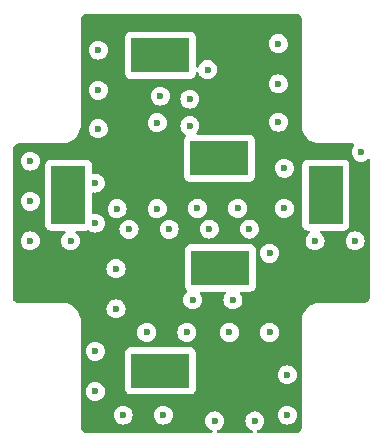
<source format=gbr>
%TF.GenerationSoftware,KiCad,Pcbnew,8.0.7*%
%TF.CreationDate,2025-04-11T02:04:02-04:00*%
%TF.ProjectId,2M_4F,324d5f34-462e-46b6-9963-61645f706362,rev?*%
%TF.SameCoordinates,Original*%
%TF.FileFunction,Copper,L2,Inr*%
%TF.FilePolarity,Positive*%
%FSLAX46Y46*%
G04 Gerber Fmt 4.6, Leading zero omitted, Abs format (unit mm)*
G04 Created by KiCad (PCBNEW 8.0.7) date 2025-04-11 02:04:02*
%MOMM*%
%LPD*%
G01*
G04 APERTURE LIST*
%TA.AperFunction,ComponentPad*%
%ADD10R,3.000000X5.000000*%
%TD*%
%TA.AperFunction,ComponentPad*%
%ADD11R,5.000000X3.000000*%
%TD*%
%TA.AperFunction,ViaPad*%
%ADD12C,0.600000*%
%TD*%
G04 APERTURE END LIST*
D10*
%TO.N,Net-(J1-Pin_1)*%
%TO.C,J1*%
X97207100Y-47653300D03*
D11*
%TO.N,GND*%
X102844600Y-47040800D03*
%TD*%
D10*
%TO.N,Net-(J1-Pin_1)*%
%TO.C,J4*%
X97112500Y-38375000D03*
D11*
%TO.N,GND*%
X102750000Y-37762500D03*
%TD*%
D10*
%TO.N,Net-(J1-Pin_1)*%
%TO.C,J6*%
X104387500Y-56362500D03*
D11*
%TO.N,GND*%
X97750000Y-55750000D03*
%TD*%
%TO.N,Net-(J1-Pin_1)*%
%TO.C,J3*%
X111137500Y-47512500D03*
D10*
%TO.N,GND*%
X111750000Y-40875000D03*
%TD*%
%TO.N,Net-(J1-Pin_1)*%
%TO.C,J5*%
X104387500Y-29637500D03*
D11*
%TO.N,GND*%
X97750000Y-29025000D03*
%TD*%
%TO.N,Net-(J1-Pin_1)*%
%TO.C,J2*%
X89362500Y-47512500D03*
D10*
%TO.N,GND*%
X89975000Y-40875000D03*
%TD*%
D12*
%TO.N,GND*%
X95100000Y-43775000D03*
X107000000Y-45800000D03*
X114750000Y-37250000D03*
X92250000Y-43250000D03*
X107750000Y-31450000D03*
X105300000Y-43750000D03*
X90150000Y-44750000D03*
X86750000Y-41400000D03*
X97500000Y-42025000D03*
X100000000Y-52500000D03*
X107000000Y-52500000D03*
X105750000Y-60000000D03*
X103600000Y-52500000D03*
X108500000Y-56100000D03*
X100250000Y-32750000D03*
X100900000Y-42000000D03*
X92500000Y-32000000D03*
X108250000Y-38600000D03*
X103900000Y-49750000D03*
X104300000Y-42000000D03*
X102350000Y-60000000D03*
X92250000Y-57500000D03*
X86750000Y-44750000D03*
X92250000Y-39850000D03*
X94600000Y-59500000D03*
X114250000Y-44750000D03*
X92500000Y-28600000D03*
X108500000Y-59500000D03*
X94100000Y-42025000D03*
X98000000Y-59500000D03*
X107750000Y-28050000D03*
X98500000Y-43775000D03*
X92500000Y-35250000D03*
X92250000Y-54100000D03*
X97500000Y-34750000D03*
X110850000Y-44750000D03*
X96600000Y-52500000D03*
X94000000Y-50500000D03*
X100250000Y-35000000D03*
X107750000Y-34700000D03*
X100500000Y-49750000D03*
X86750000Y-38000000D03*
X108250000Y-42000000D03*
X101900000Y-43750000D03*
X101750000Y-30250000D03*
X97750000Y-32500000D03*
X94000000Y-47100000D03*
%TO.N,Net-(J1-Pin_1)*%
X108250000Y-36900000D03*
X95800000Y-42025000D03*
X92900000Y-59500000D03*
X92250000Y-38150000D03*
X104050000Y-60000000D03*
X105600000Y-49750000D03*
X111250000Y-37000000D03*
X101750000Y-28550000D03*
X107000000Y-43750000D03*
X102500000Y-35000000D03*
X88450000Y-44750000D03*
X95250000Y-32250000D03*
X86750000Y-43100000D03*
X105350000Y-35000000D03*
X108500000Y-54000000D03*
X95000000Y-34750000D03*
X92500000Y-30300000D03*
X92250000Y-52000000D03*
X96300000Y-59500000D03*
X91850000Y-44750000D03*
X101900000Y-52500000D03*
X102600000Y-42000000D03*
X108500000Y-57800000D03*
X106000000Y-42000000D03*
X100650000Y-60000000D03*
X99200000Y-42025000D03*
X107750000Y-26350000D03*
X98300000Y-52500000D03*
X100200000Y-43775000D03*
X108250000Y-40300000D03*
X92500000Y-26900000D03*
X101950000Y-32750000D03*
X86750000Y-39700000D03*
X112550000Y-44750000D03*
X92250000Y-41550000D03*
X103600000Y-43750000D03*
X109150000Y-44750000D03*
X107000000Y-47500000D03*
X94000000Y-45400000D03*
X94000000Y-48800000D03*
X94900000Y-52500000D03*
X92250000Y-55800000D03*
X114750000Y-49250000D03*
X114500000Y-41750000D03*
X107750000Y-33000000D03*
X107750000Y-29750000D03*
X102200000Y-49750000D03*
X105300000Y-52500000D03*
X92500000Y-33550000D03*
X96800000Y-43775000D03*
%TD*%
%TA.AperFunction,Conductor*%
%TO.N,Net-(J1-Pin_1)*%
G36*
X109256922Y-25501280D02*
G01*
X109347266Y-25511459D01*
X109374331Y-25517636D01*
X109453540Y-25545352D01*
X109478553Y-25557398D01*
X109549606Y-25602043D01*
X109571313Y-25619355D01*
X109630644Y-25678686D01*
X109647957Y-25700395D01*
X109692600Y-25771444D01*
X109704648Y-25796462D01*
X109732362Y-25875666D01*
X109738540Y-25902735D01*
X109748720Y-25993076D01*
X109749500Y-26006961D01*
X109749500Y-35107317D01*
X109780044Y-35319764D01*
X109780047Y-35319774D01*
X109840517Y-35525715D01*
X109929672Y-35720938D01*
X109929679Y-35720951D01*
X110000076Y-35830490D01*
X110031775Y-35879816D01*
X110045720Y-35901514D01*
X110186275Y-36063724D01*
X110291632Y-36155016D01*
X110348487Y-36204281D01*
X110464831Y-36279050D01*
X110529048Y-36320320D01*
X110529061Y-36320327D01*
X110724284Y-36409482D01*
X110724288Y-36409483D01*
X110724290Y-36409484D01*
X110930231Y-36469954D01*
X110930232Y-36469954D01*
X110930235Y-36469955D01*
X110993584Y-36479062D01*
X111142682Y-36500500D01*
X111184108Y-36500500D01*
X114068060Y-36500500D01*
X114135099Y-36520185D01*
X114180854Y-36572989D01*
X114190798Y-36642147D01*
X114161773Y-36705703D01*
X114155741Y-36712181D01*
X114120184Y-36747737D01*
X114024211Y-36900476D01*
X113964631Y-37070745D01*
X113964630Y-37070750D01*
X113944435Y-37249996D01*
X113944435Y-37250003D01*
X113964630Y-37429249D01*
X113964631Y-37429254D01*
X114024211Y-37599523D01*
X114120184Y-37752262D01*
X114247738Y-37879816D01*
X114329525Y-37931206D01*
X114391557Y-37970184D01*
X114400478Y-37975789D01*
X114469678Y-38000003D01*
X114570745Y-38035368D01*
X114570750Y-38035369D01*
X114749996Y-38055565D01*
X114750000Y-38055565D01*
X114750004Y-38055565D01*
X114929249Y-38035369D01*
X114929252Y-38035368D01*
X114929255Y-38035368D01*
X115099522Y-37975789D01*
X115252262Y-37879816D01*
X115287819Y-37844259D01*
X115349142Y-37810774D01*
X115418834Y-37815758D01*
X115474767Y-37857630D01*
X115499184Y-37923094D01*
X115499500Y-37931940D01*
X115499500Y-49493038D01*
X115498720Y-49506923D01*
X115488540Y-49597264D01*
X115482362Y-49624333D01*
X115454648Y-49703537D01*
X115442600Y-49728555D01*
X115397957Y-49799604D01*
X115380644Y-49821313D01*
X115321313Y-49880644D01*
X115299604Y-49897957D01*
X115228555Y-49942600D01*
X115203537Y-49954648D01*
X115124333Y-49982362D01*
X115097264Y-49988540D01*
X115017075Y-49997576D01*
X115006921Y-49998720D01*
X114993038Y-49999500D01*
X111142682Y-49999500D01*
X110930235Y-50030044D01*
X110930225Y-50030047D01*
X110724284Y-50090517D01*
X110529061Y-50179672D01*
X110529048Y-50179679D01*
X110348485Y-50295720D01*
X110186275Y-50436275D01*
X110045720Y-50598485D01*
X109929679Y-50779048D01*
X109929672Y-50779061D01*
X109840517Y-50974284D01*
X109780047Y-51180225D01*
X109780044Y-51180235D01*
X109749500Y-51392682D01*
X109749500Y-60493038D01*
X109748720Y-60506923D01*
X109738540Y-60597264D01*
X109732362Y-60624333D01*
X109704648Y-60703537D01*
X109692600Y-60728555D01*
X109647957Y-60799604D01*
X109630644Y-60821313D01*
X109571313Y-60880644D01*
X109549604Y-60897957D01*
X109478555Y-60942600D01*
X109453537Y-60954648D01*
X109374333Y-60982362D01*
X109347264Y-60988540D01*
X109267075Y-60997576D01*
X109256921Y-60998720D01*
X109243038Y-60999500D01*
X106047114Y-60999500D01*
X105980075Y-60979815D01*
X105934320Y-60927011D01*
X105924376Y-60857853D01*
X105953401Y-60794297D01*
X106006160Y-60758458D01*
X106042531Y-60745730D01*
X106099522Y-60725789D01*
X106252262Y-60629816D01*
X106379816Y-60502262D01*
X106475789Y-60349522D01*
X106535368Y-60179255D01*
X106535369Y-60179249D01*
X106555565Y-60000003D01*
X106555565Y-59999996D01*
X106535369Y-59820750D01*
X106535368Y-59820745D01*
X106475789Y-59650478D01*
X106381235Y-59499996D01*
X107694435Y-59499996D01*
X107694435Y-59500003D01*
X107714630Y-59679249D01*
X107714631Y-59679254D01*
X107774211Y-59849523D01*
X107868760Y-59999996D01*
X107870184Y-60002262D01*
X107997738Y-60129816D01*
X108150478Y-60225789D01*
X108320745Y-60285368D01*
X108320750Y-60285369D01*
X108499996Y-60305565D01*
X108500000Y-60305565D01*
X108500004Y-60305565D01*
X108679249Y-60285369D01*
X108679252Y-60285368D01*
X108679255Y-60285368D01*
X108849522Y-60225789D01*
X109002262Y-60129816D01*
X109129816Y-60002262D01*
X109225789Y-59849522D01*
X109285368Y-59679255D01*
X109285369Y-59679249D01*
X109305565Y-59500003D01*
X109305565Y-59499996D01*
X109285369Y-59320750D01*
X109285368Y-59320745D01*
X109225788Y-59150476D01*
X109129815Y-58997737D01*
X109002262Y-58870184D01*
X108849523Y-58774211D01*
X108679254Y-58714631D01*
X108679249Y-58714630D01*
X108500004Y-58694435D01*
X108499996Y-58694435D01*
X108320750Y-58714630D01*
X108320745Y-58714631D01*
X108150476Y-58774211D01*
X107997737Y-58870184D01*
X107870184Y-58997737D01*
X107774211Y-59150476D01*
X107714631Y-59320745D01*
X107714630Y-59320750D01*
X107694435Y-59499996D01*
X106381235Y-59499996D01*
X106379816Y-59497738D01*
X106252262Y-59370184D01*
X106099523Y-59274211D01*
X105929254Y-59214631D01*
X105929249Y-59214630D01*
X105750004Y-59194435D01*
X105749996Y-59194435D01*
X105570750Y-59214630D01*
X105570745Y-59214631D01*
X105400476Y-59274211D01*
X105247737Y-59370184D01*
X105120184Y-59497737D01*
X105024211Y-59650476D01*
X104964631Y-59820745D01*
X104964630Y-59820750D01*
X104944435Y-59999996D01*
X104944435Y-60000003D01*
X104964630Y-60179249D01*
X104964631Y-60179254D01*
X105024211Y-60349523D01*
X105077360Y-60434108D01*
X105120184Y-60502262D01*
X105247738Y-60629816D01*
X105365064Y-60703537D01*
X105400478Y-60725789D01*
X105493840Y-60758458D01*
X105550617Y-60799180D01*
X105576364Y-60864133D01*
X105562908Y-60932694D01*
X105514521Y-60983097D01*
X105452886Y-60999500D01*
X102647114Y-60999500D01*
X102580075Y-60979815D01*
X102534320Y-60927011D01*
X102524376Y-60857853D01*
X102553401Y-60794297D01*
X102606160Y-60758458D01*
X102642531Y-60745730D01*
X102699522Y-60725789D01*
X102852262Y-60629816D01*
X102979816Y-60502262D01*
X103075789Y-60349522D01*
X103135368Y-60179255D01*
X103135369Y-60179249D01*
X103155565Y-60000003D01*
X103155565Y-59999996D01*
X103135369Y-59820750D01*
X103135368Y-59820745D01*
X103075789Y-59650478D01*
X102979816Y-59497738D01*
X102852262Y-59370184D01*
X102699523Y-59274211D01*
X102529254Y-59214631D01*
X102529249Y-59214630D01*
X102350004Y-59194435D01*
X102349996Y-59194435D01*
X102170750Y-59214630D01*
X102170745Y-59214631D01*
X102000476Y-59274211D01*
X101847737Y-59370184D01*
X101720184Y-59497737D01*
X101624211Y-59650476D01*
X101564631Y-59820745D01*
X101564630Y-59820750D01*
X101544435Y-59999996D01*
X101544435Y-60000003D01*
X101564630Y-60179249D01*
X101564631Y-60179254D01*
X101624211Y-60349523D01*
X101677360Y-60434108D01*
X101720184Y-60502262D01*
X101847738Y-60629816D01*
X101965064Y-60703537D01*
X102000478Y-60725789D01*
X102093840Y-60758458D01*
X102150617Y-60799180D01*
X102176364Y-60864133D01*
X102162908Y-60932694D01*
X102114521Y-60983097D01*
X102052886Y-60999500D01*
X91506962Y-60999500D01*
X91493078Y-60998720D01*
X91480553Y-60997308D01*
X91402735Y-60988540D01*
X91375666Y-60982362D01*
X91296462Y-60954648D01*
X91271444Y-60942600D01*
X91200395Y-60897957D01*
X91178686Y-60880644D01*
X91119355Y-60821313D01*
X91102042Y-60799604D01*
X91098707Y-60794297D01*
X91057398Y-60728553D01*
X91045351Y-60703537D01*
X91017637Y-60624333D01*
X91011459Y-60597263D01*
X91001280Y-60506922D01*
X91000500Y-60493038D01*
X91000500Y-59499996D01*
X93794435Y-59499996D01*
X93794435Y-59500003D01*
X93814630Y-59679249D01*
X93814631Y-59679254D01*
X93874211Y-59849523D01*
X93968760Y-59999996D01*
X93970184Y-60002262D01*
X94097738Y-60129816D01*
X94250478Y-60225789D01*
X94420745Y-60285368D01*
X94420750Y-60285369D01*
X94599996Y-60305565D01*
X94600000Y-60305565D01*
X94600004Y-60305565D01*
X94779249Y-60285369D01*
X94779252Y-60285368D01*
X94779255Y-60285368D01*
X94949522Y-60225789D01*
X95102262Y-60129816D01*
X95229816Y-60002262D01*
X95325789Y-59849522D01*
X95385368Y-59679255D01*
X95385369Y-59679249D01*
X95405565Y-59500003D01*
X95405565Y-59499996D01*
X97194435Y-59499996D01*
X97194435Y-59500003D01*
X97214630Y-59679249D01*
X97214631Y-59679254D01*
X97274211Y-59849523D01*
X97368760Y-59999996D01*
X97370184Y-60002262D01*
X97497738Y-60129816D01*
X97650478Y-60225789D01*
X97820745Y-60285368D01*
X97820750Y-60285369D01*
X97999996Y-60305565D01*
X98000000Y-60305565D01*
X98000004Y-60305565D01*
X98179249Y-60285369D01*
X98179252Y-60285368D01*
X98179255Y-60285368D01*
X98349522Y-60225789D01*
X98502262Y-60129816D01*
X98629816Y-60002262D01*
X98725789Y-59849522D01*
X98785368Y-59679255D01*
X98785369Y-59679249D01*
X98805565Y-59500003D01*
X98805565Y-59499996D01*
X98785369Y-59320750D01*
X98785368Y-59320745D01*
X98725788Y-59150476D01*
X98629815Y-58997737D01*
X98502262Y-58870184D01*
X98349523Y-58774211D01*
X98179254Y-58714631D01*
X98179249Y-58714630D01*
X98000004Y-58694435D01*
X97999996Y-58694435D01*
X97820750Y-58714630D01*
X97820745Y-58714631D01*
X97650476Y-58774211D01*
X97497737Y-58870184D01*
X97370184Y-58997737D01*
X97274211Y-59150476D01*
X97214631Y-59320745D01*
X97214630Y-59320750D01*
X97194435Y-59499996D01*
X95405565Y-59499996D01*
X95385369Y-59320750D01*
X95385368Y-59320745D01*
X95325788Y-59150476D01*
X95229815Y-58997737D01*
X95102262Y-58870184D01*
X94949523Y-58774211D01*
X94779254Y-58714631D01*
X94779249Y-58714630D01*
X94600004Y-58694435D01*
X94599996Y-58694435D01*
X94420750Y-58714630D01*
X94420745Y-58714631D01*
X94250476Y-58774211D01*
X94097737Y-58870184D01*
X93970184Y-58997737D01*
X93874211Y-59150476D01*
X93814631Y-59320745D01*
X93814630Y-59320750D01*
X93794435Y-59499996D01*
X91000500Y-59499996D01*
X91000500Y-57499996D01*
X91444435Y-57499996D01*
X91444435Y-57500003D01*
X91464630Y-57679249D01*
X91464631Y-57679254D01*
X91524211Y-57849523D01*
X91620184Y-58002262D01*
X91747738Y-58129816D01*
X91900478Y-58225789D01*
X92070745Y-58285368D01*
X92070750Y-58285369D01*
X92249996Y-58305565D01*
X92250000Y-58305565D01*
X92250004Y-58305565D01*
X92429249Y-58285369D01*
X92429252Y-58285368D01*
X92429255Y-58285368D01*
X92599522Y-58225789D01*
X92752262Y-58129816D01*
X92879816Y-58002262D01*
X92975789Y-57849522D01*
X93035368Y-57679255D01*
X93035369Y-57679249D01*
X93055565Y-57500003D01*
X93055565Y-57499996D01*
X93035369Y-57320750D01*
X93035368Y-57320745D01*
X92975788Y-57150476D01*
X92879815Y-56997737D01*
X92752262Y-56870184D01*
X92599523Y-56774211D01*
X92429254Y-56714631D01*
X92429249Y-56714630D01*
X92250004Y-56694435D01*
X92249996Y-56694435D01*
X92070750Y-56714630D01*
X92070745Y-56714631D01*
X91900476Y-56774211D01*
X91747737Y-56870184D01*
X91620184Y-56997737D01*
X91524211Y-57150476D01*
X91464631Y-57320745D01*
X91464630Y-57320750D01*
X91444435Y-57499996D01*
X91000500Y-57499996D01*
X91000500Y-54099996D01*
X91444435Y-54099996D01*
X91444435Y-54100003D01*
X91464630Y-54279249D01*
X91464631Y-54279254D01*
X91524211Y-54449523D01*
X91620184Y-54602262D01*
X91747738Y-54729816D01*
X91900478Y-54825789D01*
X92070745Y-54885368D01*
X92070750Y-54885369D01*
X92249996Y-54905565D01*
X92250000Y-54905565D01*
X92250004Y-54905565D01*
X92429249Y-54885369D01*
X92429252Y-54885368D01*
X92429255Y-54885368D01*
X92599522Y-54825789D01*
X92752262Y-54729816D01*
X92879816Y-54602262D01*
X92975789Y-54449522D01*
X93035368Y-54279255D01*
X93035369Y-54279249D01*
X93044058Y-54202135D01*
X94749500Y-54202135D01*
X94749500Y-57297870D01*
X94749501Y-57297876D01*
X94755908Y-57357483D01*
X94806202Y-57492328D01*
X94806206Y-57492335D01*
X94892452Y-57607544D01*
X94892455Y-57607547D01*
X95007664Y-57693793D01*
X95007671Y-57693797D01*
X95142517Y-57744091D01*
X95142516Y-57744091D01*
X95149444Y-57744835D01*
X95202127Y-57750500D01*
X100297872Y-57750499D01*
X100357483Y-57744091D01*
X100492331Y-57693796D01*
X100607546Y-57607546D01*
X100693796Y-57492331D01*
X100744091Y-57357483D01*
X100750500Y-57297873D01*
X100750500Y-56099996D01*
X107694435Y-56099996D01*
X107694435Y-56100003D01*
X107714630Y-56279249D01*
X107714631Y-56279254D01*
X107774211Y-56449523D01*
X107870184Y-56602262D01*
X107997738Y-56729816D01*
X108150478Y-56825789D01*
X108277352Y-56870184D01*
X108320745Y-56885368D01*
X108320750Y-56885369D01*
X108499996Y-56905565D01*
X108500000Y-56905565D01*
X108500004Y-56905565D01*
X108679249Y-56885369D01*
X108679252Y-56885368D01*
X108679255Y-56885368D01*
X108849522Y-56825789D01*
X109002262Y-56729816D01*
X109129816Y-56602262D01*
X109225789Y-56449522D01*
X109285368Y-56279255D01*
X109305565Y-56100000D01*
X109285368Y-55920745D01*
X109225789Y-55750478D01*
X109129816Y-55597738D01*
X109002262Y-55470184D01*
X108849523Y-55374211D01*
X108679254Y-55314631D01*
X108679249Y-55314630D01*
X108500004Y-55294435D01*
X108499996Y-55294435D01*
X108320750Y-55314630D01*
X108320745Y-55314631D01*
X108150476Y-55374211D01*
X107997737Y-55470184D01*
X107870184Y-55597737D01*
X107774211Y-55750476D01*
X107714631Y-55920745D01*
X107714630Y-55920750D01*
X107694435Y-56099996D01*
X100750500Y-56099996D01*
X100750499Y-54202128D01*
X100744091Y-54142517D01*
X100728234Y-54100003D01*
X100693797Y-54007671D01*
X100693793Y-54007664D01*
X100607547Y-53892455D01*
X100607544Y-53892452D01*
X100492335Y-53806206D01*
X100492328Y-53806202D01*
X100357482Y-53755908D01*
X100357483Y-53755908D01*
X100297883Y-53749501D01*
X100297881Y-53749500D01*
X100297873Y-53749500D01*
X100297864Y-53749500D01*
X95202129Y-53749500D01*
X95202123Y-53749501D01*
X95142516Y-53755908D01*
X95007671Y-53806202D01*
X95007664Y-53806206D01*
X94892455Y-53892452D01*
X94892452Y-53892455D01*
X94806206Y-54007664D01*
X94806202Y-54007671D01*
X94755908Y-54142517D01*
X94749501Y-54202116D01*
X94749501Y-54202123D01*
X94749500Y-54202135D01*
X93044058Y-54202135D01*
X93055565Y-54100003D01*
X93055565Y-54099996D01*
X93035369Y-53920750D01*
X93035368Y-53920745D01*
X92995288Y-53806204D01*
X92975789Y-53750478D01*
X92975174Y-53749500D01*
X92879815Y-53597737D01*
X92752262Y-53470184D01*
X92599523Y-53374211D01*
X92429254Y-53314631D01*
X92429249Y-53314630D01*
X92250004Y-53294435D01*
X92249996Y-53294435D01*
X92070750Y-53314630D01*
X92070745Y-53314631D01*
X91900476Y-53374211D01*
X91747737Y-53470184D01*
X91620184Y-53597737D01*
X91524211Y-53750476D01*
X91464631Y-53920745D01*
X91464630Y-53920750D01*
X91444435Y-54099996D01*
X91000500Y-54099996D01*
X91000500Y-52499996D01*
X95794435Y-52499996D01*
X95794435Y-52500003D01*
X95814630Y-52679249D01*
X95814631Y-52679254D01*
X95874211Y-52849523D01*
X95970184Y-53002262D01*
X96097738Y-53129816D01*
X96250478Y-53225789D01*
X96420745Y-53285368D01*
X96420750Y-53285369D01*
X96599996Y-53305565D01*
X96600000Y-53305565D01*
X96600004Y-53305565D01*
X96779249Y-53285369D01*
X96779252Y-53285368D01*
X96779255Y-53285368D01*
X96949522Y-53225789D01*
X97102262Y-53129816D01*
X97229816Y-53002262D01*
X97325789Y-52849522D01*
X97385368Y-52679255D01*
X97405565Y-52500000D01*
X97405565Y-52499996D01*
X99194435Y-52499996D01*
X99194435Y-52500003D01*
X99214630Y-52679249D01*
X99214631Y-52679254D01*
X99274211Y-52849523D01*
X99370184Y-53002262D01*
X99497738Y-53129816D01*
X99650478Y-53225789D01*
X99820745Y-53285368D01*
X99820750Y-53285369D01*
X99999996Y-53305565D01*
X100000000Y-53305565D01*
X100000004Y-53305565D01*
X100179249Y-53285369D01*
X100179252Y-53285368D01*
X100179255Y-53285368D01*
X100349522Y-53225789D01*
X100502262Y-53129816D01*
X100629816Y-53002262D01*
X100725789Y-52849522D01*
X100785368Y-52679255D01*
X100805565Y-52500000D01*
X100805565Y-52499996D01*
X102794435Y-52499996D01*
X102794435Y-52500003D01*
X102814630Y-52679249D01*
X102814631Y-52679254D01*
X102874211Y-52849523D01*
X102970184Y-53002262D01*
X103097738Y-53129816D01*
X103250478Y-53225789D01*
X103420745Y-53285368D01*
X103420750Y-53285369D01*
X103599996Y-53305565D01*
X103600000Y-53305565D01*
X103600004Y-53305565D01*
X103779249Y-53285369D01*
X103779252Y-53285368D01*
X103779255Y-53285368D01*
X103949522Y-53225789D01*
X104102262Y-53129816D01*
X104229816Y-53002262D01*
X104325789Y-52849522D01*
X104385368Y-52679255D01*
X104405565Y-52500000D01*
X104405565Y-52499996D01*
X106194435Y-52499996D01*
X106194435Y-52500003D01*
X106214630Y-52679249D01*
X106214631Y-52679254D01*
X106274211Y-52849523D01*
X106370184Y-53002262D01*
X106497738Y-53129816D01*
X106650478Y-53225789D01*
X106820745Y-53285368D01*
X106820750Y-53285369D01*
X106999996Y-53305565D01*
X107000000Y-53305565D01*
X107000004Y-53305565D01*
X107179249Y-53285369D01*
X107179252Y-53285368D01*
X107179255Y-53285368D01*
X107349522Y-53225789D01*
X107502262Y-53129816D01*
X107629816Y-53002262D01*
X107725789Y-52849522D01*
X107785368Y-52679255D01*
X107805565Y-52500000D01*
X107785368Y-52320745D01*
X107725789Y-52150478D01*
X107629816Y-51997738D01*
X107502262Y-51870184D01*
X107349523Y-51774211D01*
X107179254Y-51714631D01*
X107179249Y-51714630D01*
X107000004Y-51694435D01*
X106999996Y-51694435D01*
X106820750Y-51714630D01*
X106820745Y-51714631D01*
X106650476Y-51774211D01*
X106497737Y-51870184D01*
X106370184Y-51997737D01*
X106274211Y-52150476D01*
X106214631Y-52320745D01*
X106214630Y-52320750D01*
X106194435Y-52499996D01*
X104405565Y-52499996D01*
X104385368Y-52320745D01*
X104325789Y-52150478D01*
X104229816Y-51997738D01*
X104102262Y-51870184D01*
X103949523Y-51774211D01*
X103779254Y-51714631D01*
X103779249Y-51714630D01*
X103600004Y-51694435D01*
X103599996Y-51694435D01*
X103420750Y-51714630D01*
X103420745Y-51714631D01*
X103250476Y-51774211D01*
X103097737Y-51870184D01*
X102970184Y-51997737D01*
X102874211Y-52150476D01*
X102814631Y-52320745D01*
X102814630Y-52320750D01*
X102794435Y-52499996D01*
X100805565Y-52499996D01*
X100785368Y-52320745D01*
X100725789Y-52150478D01*
X100629816Y-51997738D01*
X100502262Y-51870184D01*
X100349523Y-51774211D01*
X100179254Y-51714631D01*
X100179249Y-51714630D01*
X100000004Y-51694435D01*
X99999996Y-51694435D01*
X99820750Y-51714630D01*
X99820745Y-51714631D01*
X99650476Y-51774211D01*
X99497737Y-51870184D01*
X99370184Y-51997737D01*
X99274211Y-52150476D01*
X99214631Y-52320745D01*
X99214630Y-52320750D01*
X99194435Y-52499996D01*
X97405565Y-52499996D01*
X97385368Y-52320745D01*
X97325789Y-52150478D01*
X97229816Y-51997738D01*
X97102262Y-51870184D01*
X96949523Y-51774211D01*
X96779254Y-51714631D01*
X96779249Y-51714630D01*
X96600004Y-51694435D01*
X96599996Y-51694435D01*
X96420750Y-51714630D01*
X96420745Y-51714631D01*
X96250476Y-51774211D01*
X96097737Y-51870184D01*
X95970184Y-51997737D01*
X95874211Y-52150476D01*
X95814631Y-52320745D01*
X95814630Y-52320750D01*
X95794435Y-52499996D01*
X91000500Y-52499996D01*
X91000500Y-51392683D01*
X91000500Y-51392682D01*
X90969954Y-51180231D01*
X90909484Y-50974290D01*
X90909483Y-50974288D01*
X90909482Y-50974284D01*
X90820327Y-50779061D01*
X90820320Y-50779048D01*
X90756183Y-50679249D01*
X90704281Y-50598487D01*
X90618944Y-50500003D01*
X90618938Y-50499996D01*
X93194435Y-50499996D01*
X93194435Y-50500003D01*
X93214630Y-50679249D01*
X93214631Y-50679254D01*
X93274211Y-50849523D01*
X93352604Y-50974284D01*
X93370184Y-51002262D01*
X93497738Y-51129816D01*
X93650478Y-51225789D01*
X93814764Y-51283275D01*
X93820745Y-51285368D01*
X93820750Y-51285369D01*
X93999996Y-51305565D01*
X94000000Y-51305565D01*
X94000004Y-51305565D01*
X94179249Y-51285369D01*
X94179252Y-51285368D01*
X94179255Y-51285368D01*
X94349522Y-51225789D01*
X94502262Y-51129816D01*
X94629816Y-51002262D01*
X94725789Y-50849522D01*
X94785368Y-50679255D01*
X94785369Y-50679249D01*
X94805565Y-50500003D01*
X94805565Y-50499996D01*
X94785369Y-50320750D01*
X94785368Y-50320745D01*
X94725788Y-50150476D01*
X94629815Y-49997737D01*
X94502262Y-49870184D01*
X94349523Y-49774211D01*
X94280321Y-49749996D01*
X99694435Y-49749996D01*
X99694435Y-49750003D01*
X99714630Y-49929249D01*
X99714631Y-49929254D01*
X99774211Y-50099523D01*
X99824577Y-50179679D01*
X99870184Y-50252262D01*
X99997738Y-50379816D01*
X100150478Y-50475789D01*
X100219678Y-50500003D01*
X100320745Y-50535368D01*
X100320750Y-50535369D01*
X100499996Y-50555565D01*
X100500000Y-50555565D01*
X100500004Y-50555565D01*
X100679249Y-50535369D01*
X100679252Y-50535368D01*
X100679255Y-50535368D01*
X100849522Y-50475789D01*
X101002262Y-50379816D01*
X101129816Y-50252262D01*
X101225789Y-50099522D01*
X101285368Y-49929255D01*
X101285369Y-49929249D01*
X101305565Y-49750003D01*
X101305565Y-49749996D01*
X101285369Y-49570750D01*
X101285368Y-49570745D01*
X101258177Y-49493038D01*
X101225789Y-49400478D01*
X101129816Y-49247738D01*
X101129815Y-49247737D01*
X101125727Y-49242611D01*
X101099319Y-49177924D01*
X101112076Y-49109229D01*
X101159947Y-49058336D01*
X101222675Y-49041299D01*
X103177325Y-49041299D01*
X103244364Y-49060984D01*
X103290119Y-49113788D01*
X103300063Y-49182946D01*
X103274273Y-49242611D01*
X103270183Y-49247738D01*
X103174211Y-49400476D01*
X103114631Y-49570745D01*
X103114630Y-49570750D01*
X103094435Y-49749996D01*
X103094435Y-49750003D01*
X103114630Y-49929249D01*
X103114631Y-49929254D01*
X103174211Y-50099523D01*
X103224577Y-50179679D01*
X103270184Y-50252262D01*
X103397738Y-50379816D01*
X103550478Y-50475789D01*
X103619678Y-50500003D01*
X103720745Y-50535368D01*
X103720750Y-50535369D01*
X103899996Y-50555565D01*
X103900000Y-50555565D01*
X103900004Y-50555565D01*
X104079249Y-50535369D01*
X104079252Y-50535368D01*
X104079255Y-50535368D01*
X104249522Y-50475789D01*
X104402262Y-50379816D01*
X104529816Y-50252262D01*
X104625789Y-50099522D01*
X104685368Y-49929255D01*
X104685369Y-49929249D01*
X104705565Y-49750003D01*
X104705565Y-49749996D01*
X104685369Y-49570750D01*
X104685368Y-49570745D01*
X104658177Y-49493038D01*
X104625789Y-49400478D01*
X104529816Y-49247738D01*
X104529815Y-49247737D01*
X104525727Y-49242611D01*
X104499319Y-49177924D01*
X104512076Y-49109229D01*
X104559947Y-49058336D01*
X104622675Y-49041299D01*
X105392471Y-49041299D01*
X105392472Y-49041299D01*
X105452083Y-49034891D01*
X105586931Y-48984596D01*
X105702146Y-48898346D01*
X105788396Y-48783131D01*
X105838691Y-48648283D01*
X105845100Y-48588673D01*
X105845099Y-45799996D01*
X106194435Y-45799996D01*
X106194435Y-45800003D01*
X106214630Y-45979249D01*
X106214631Y-45979254D01*
X106274211Y-46149523D01*
X106365266Y-46294435D01*
X106370184Y-46302262D01*
X106497738Y-46429816D01*
X106650478Y-46525789D01*
X106820745Y-46585368D01*
X106820750Y-46585369D01*
X106999996Y-46605565D01*
X107000000Y-46605565D01*
X107000004Y-46605565D01*
X107179249Y-46585369D01*
X107179252Y-46585368D01*
X107179255Y-46585368D01*
X107349522Y-46525789D01*
X107502262Y-46429816D01*
X107629816Y-46302262D01*
X107725789Y-46149522D01*
X107785368Y-45979255D01*
X107805565Y-45800000D01*
X107785368Y-45620745D01*
X107725789Y-45450478D01*
X107715005Y-45433316D01*
X107681388Y-45379815D01*
X107629816Y-45297738D01*
X107502262Y-45170184D01*
X107349523Y-45074211D01*
X107179254Y-45014631D01*
X107179249Y-45014630D01*
X107000004Y-44994435D01*
X106999996Y-44994435D01*
X106820750Y-45014630D01*
X106820745Y-45014631D01*
X106650476Y-45074211D01*
X106497737Y-45170184D01*
X106370184Y-45297737D01*
X106274211Y-45450476D01*
X106214631Y-45620745D01*
X106214630Y-45620750D01*
X106194435Y-45799996D01*
X105845099Y-45799996D01*
X105845099Y-45492928D01*
X105838691Y-45433317D01*
X105818736Y-45379816D01*
X105788397Y-45298471D01*
X105788393Y-45298464D01*
X105702147Y-45183255D01*
X105702144Y-45183252D01*
X105586935Y-45097006D01*
X105586928Y-45097002D01*
X105452082Y-45046708D01*
X105452083Y-45046708D01*
X105392483Y-45040301D01*
X105392481Y-45040300D01*
X105392473Y-45040300D01*
X105392464Y-45040300D01*
X100296729Y-45040300D01*
X100296723Y-45040301D01*
X100237116Y-45046708D01*
X100102271Y-45097002D01*
X100102264Y-45097006D01*
X99987055Y-45183252D01*
X99987052Y-45183255D01*
X99900806Y-45298464D01*
X99900802Y-45298471D01*
X99850508Y-45433317D01*
X99844101Y-45492916D01*
X99844101Y-45492923D01*
X99844100Y-45492935D01*
X99844100Y-48588670D01*
X99844101Y-48588676D01*
X99850508Y-48648283D01*
X99900802Y-48783128D01*
X99900806Y-48783135D01*
X99987052Y-48898344D01*
X99987053Y-48898344D01*
X99987054Y-48898346D01*
X100008501Y-48914401D01*
X100050371Y-48970335D01*
X100055355Y-49040026D01*
X100021869Y-49101349D01*
X100000168Y-49118656D01*
X99997744Y-49120179D01*
X99997737Y-49120184D01*
X99870184Y-49247737D01*
X99774211Y-49400476D01*
X99714631Y-49570745D01*
X99714630Y-49570750D01*
X99694435Y-49749996D01*
X94280321Y-49749996D01*
X94179254Y-49714631D01*
X94179249Y-49714630D01*
X94000004Y-49694435D01*
X93999996Y-49694435D01*
X93820750Y-49714630D01*
X93820745Y-49714631D01*
X93650476Y-49774211D01*
X93497737Y-49870184D01*
X93370184Y-49997737D01*
X93274211Y-50150476D01*
X93214631Y-50320745D01*
X93214630Y-50320750D01*
X93194435Y-50499996D01*
X90618938Y-50499996D01*
X90563724Y-50436275D01*
X90401514Y-50295720D01*
X90401513Y-50295719D01*
X90333892Y-50252262D01*
X90220951Y-50179679D01*
X90220938Y-50179672D01*
X90025715Y-50090517D01*
X89819774Y-50030047D01*
X89819764Y-50030044D01*
X89628754Y-50002582D01*
X89607318Y-49999500D01*
X89607317Y-49999500D01*
X85756962Y-49999500D01*
X85743078Y-49998720D01*
X85730553Y-49997308D01*
X85652735Y-49988540D01*
X85625666Y-49982362D01*
X85546462Y-49954648D01*
X85521444Y-49942600D01*
X85450395Y-49897957D01*
X85428686Y-49880644D01*
X85369355Y-49821313D01*
X85352042Y-49799604D01*
X85320871Y-49749996D01*
X85307398Y-49728553D01*
X85295351Y-49703537D01*
X85292166Y-49694435D01*
X85267636Y-49624331D01*
X85261459Y-49597263D01*
X85251280Y-49506922D01*
X85250500Y-49493038D01*
X85250500Y-47099996D01*
X93194435Y-47099996D01*
X93194435Y-47100003D01*
X93214630Y-47279249D01*
X93214631Y-47279254D01*
X93274211Y-47449523D01*
X93370184Y-47602262D01*
X93497738Y-47729816D01*
X93650478Y-47825789D01*
X93820745Y-47885368D01*
X93820750Y-47885369D01*
X93999996Y-47905565D01*
X94000000Y-47905565D01*
X94000004Y-47905565D01*
X94179249Y-47885369D01*
X94179252Y-47885368D01*
X94179255Y-47885368D01*
X94349522Y-47825789D01*
X94502262Y-47729816D01*
X94629816Y-47602262D01*
X94725789Y-47449522D01*
X94785368Y-47279255D01*
X94805565Y-47100000D01*
X94785368Y-46920745D01*
X94725789Y-46750478D01*
X94629816Y-46597738D01*
X94502262Y-46470184D01*
X94438017Y-46429816D01*
X94349523Y-46374211D01*
X94179254Y-46314631D01*
X94179249Y-46314630D01*
X94000004Y-46294435D01*
X93999996Y-46294435D01*
X93820750Y-46314630D01*
X93820745Y-46314631D01*
X93650476Y-46374211D01*
X93497737Y-46470184D01*
X93370184Y-46597737D01*
X93274211Y-46750476D01*
X93214631Y-46920745D01*
X93214630Y-46920750D01*
X93194435Y-47099996D01*
X85250500Y-47099996D01*
X85250500Y-44749996D01*
X85944435Y-44749996D01*
X85944435Y-44750003D01*
X85964630Y-44929249D01*
X85964631Y-44929254D01*
X86024211Y-45099523D01*
X86068611Y-45170184D01*
X86120184Y-45252262D01*
X86247738Y-45379816D01*
X86332883Y-45433316D01*
X86360192Y-45450476D01*
X86400478Y-45475789D01*
X86570745Y-45535368D01*
X86570750Y-45535369D01*
X86749996Y-45555565D01*
X86750000Y-45555565D01*
X86750004Y-45555565D01*
X86929249Y-45535369D01*
X86929252Y-45535368D01*
X86929255Y-45535368D01*
X87099522Y-45475789D01*
X87252262Y-45379816D01*
X87379816Y-45252262D01*
X87475789Y-45099522D01*
X87535368Y-44929255D01*
X87555565Y-44750000D01*
X87536474Y-44580565D01*
X87535369Y-44570750D01*
X87535368Y-44570745D01*
X87477307Y-44404816D01*
X87475789Y-44400478D01*
X87379816Y-44247738D01*
X87252262Y-44120184D01*
X87252256Y-44120180D01*
X87099523Y-44024211D01*
X86929254Y-43964631D01*
X86929249Y-43964630D01*
X86750004Y-43944435D01*
X86749996Y-43944435D01*
X86570750Y-43964630D01*
X86570745Y-43964631D01*
X86400476Y-44024211D01*
X86247737Y-44120184D01*
X86120184Y-44247737D01*
X86024211Y-44400476D01*
X85964631Y-44570745D01*
X85964630Y-44570750D01*
X85944435Y-44749996D01*
X85250500Y-44749996D01*
X85250500Y-41399996D01*
X85944435Y-41399996D01*
X85944435Y-41400003D01*
X85964630Y-41579249D01*
X85964631Y-41579254D01*
X86024211Y-41749523D01*
X86084672Y-41845745D01*
X86120184Y-41902262D01*
X86247738Y-42029816D01*
X86400478Y-42125789D01*
X86553258Y-42179249D01*
X86570745Y-42185368D01*
X86570750Y-42185369D01*
X86749996Y-42205565D01*
X86750000Y-42205565D01*
X86750004Y-42205565D01*
X86929249Y-42185369D01*
X86929252Y-42185368D01*
X86929255Y-42185368D01*
X87099522Y-42125789D01*
X87252262Y-42029816D01*
X87379816Y-41902262D01*
X87475789Y-41749522D01*
X87535368Y-41579255D01*
X87555565Y-41400000D01*
X87555022Y-41395184D01*
X87535369Y-41220750D01*
X87535368Y-41220745D01*
X87475788Y-41050476D01*
X87379815Y-40897737D01*
X87252262Y-40770184D01*
X87099523Y-40674211D01*
X86929254Y-40614631D01*
X86929249Y-40614630D01*
X86750004Y-40594435D01*
X86749996Y-40594435D01*
X86570750Y-40614630D01*
X86570745Y-40614631D01*
X86400476Y-40674211D01*
X86247737Y-40770184D01*
X86120184Y-40897737D01*
X86024211Y-41050476D01*
X85964631Y-41220745D01*
X85964630Y-41220750D01*
X85944435Y-41399996D01*
X85250500Y-41399996D01*
X85250500Y-37999996D01*
X85944435Y-37999996D01*
X85944435Y-38000003D01*
X85964630Y-38179249D01*
X85964631Y-38179254D01*
X86024211Y-38349523D01*
X86120184Y-38502262D01*
X86247738Y-38629816D01*
X86400478Y-38725789D01*
X86553258Y-38779249D01*
X86570745Y-38785368D01*
X86570750Y-38785369D01*
X86749996Y-38805565D01*
X86750000Y-38805565D01*
X86750004Y-38805565D01*
X86929249Y-38785369D01*
X86929252Y-38785368D01*
X86929255Y-38785368D01*
X87099522Y-38725789D01*
X87252262Y-38629816D01*
X87379816Y-38502262D01*
X87475789Y-38349522D01*
X87483623Y-38327135D01*
X87974500Y-38327135D01*
X87974500Y-43422870D01*
X87974501Y-43422876D01*
X87980908Y-43482483D01*
X88031202Y-43617328D01*
X88031206Y-43617335D01*
X88117452Y-43732544D01*
X88117455Y-43732547D01*
X88232664Y-43818793D01*
X88232671Y-43818797D01*
X88367517Y-43869091D01*
X88367516Y-43869091D01*
X88374444Y-43869835D01*
X88427127Y-43875500D01*
X89606739Y-43875499D01*
X89673776Y-43895184D01*
X89719531Y-43947987D01*
X89729475Y-44017146D01*
X89700450Y-44080702D01*
X89672711Y-44104491D01*
X89647742Y-44120180D01*
X89647737Y-44120184D01*
X89520184Y-44247737D01*
X89424211Y-44400476D01*
X89364631Y-44570745D01*
X89364630Y-44570750D01*
X89344435Y-44749996D01*
X89344435Y-44750003D01*
X89364630Y-44929249D01*
X89364631Y-44929254D01*
X89424211Y-45099523D01*
X89468611Y-45170184D01*
X89520184Y-45252262D01*
X89647738Y-45379816D01*
X89732883Y-45433316D01*
X89760192Y-45450476D01*
X89800478Y-45475789D01*
X89970745Y-45535368D01*
X89970750Y-45535369D01*
X90149996Y-45555565D01*
X90150000Y-45555565D01*
X90150004Y-45555565D01*
X90329249Y-45535369D01*
X90329252Y-45535368D01*
X90329255Y-45535368D01*
X90499522Y-45475789D01*
X90652262Y-45379816D01*
X90779816Y-45252262D01*
X90875789Y-45099522D01*
X90935368Y-44929255D01*
X90955565Y-44750000D01*
X90936474Y-44580565D01*
X90935369Y-44570750D01*
X90935368Y-44570745D01*
X90877307Y-44404816D01*
X90875789Y-44400478D01*
X90779816Y-44247738D01*
X90652262Y-44120184D01*
X90652260Y-44120182D01*
X90627289Y-44104492D01*
X90580998Y-44052157D01*
X90570351Y-43983104D01*
X90598726Y-43919256D01*
X90657116Y-43880884D01*
X90693260Y-43875499D01*
X91522872Y-43875499D01*
X91582483Y-43869091D01*
X91620367Y-43854960D01*
X91690059Y-43849976D01*
X91740615Y-43877580D01*
X91742295Y-43875475D01*
X91747737Y-43879815D01*
X91747738Y-43879816D01*
X91826410Y-43929249D01*
X91882721Y-43964632D01*
X91900478Y-43975789D01*
X92018667Y-44017145D01*
X92070745Y-44035368D01*
X92070750Y-44035369D01*
X92249996Y-44055565D01*
X92250000Y-44055565D01*
X92250004Y-44055565D01*
X92429249Y-44035369D01*
X92429252Y-44035368D01*
X92429255Y-44035368D01*
X92599522Y-43975789D01*
X92752262Y-43879816D01*
X92857082Y-43774996D01*
X94294435Y-43774996D01*
X94294435Y-43775003D01*
X94314630Y-43954249D01*
X94314631Y-43954254D01*
X94374211Y-44124523D01*
X94451632Y-44247737D01*
X94470184Y-44277262D01*
X94597738Y-44404816D01*
X94750478Y-44500789D01*
X94849299Y-44535368D01*
X94920745Y-44560368D01*
X94920750Y-44560369D01*
X95099996Y-44580565D01*
X95100000Y-44580565D01*
X95100004Y-44580565D01*
X95279249Y-44560369D01*
X95279252Y-44560368D01*
X95279255Y-44560368D01*
X95449522Y-44500789D01*
X95602262Y-44404816D01*
X95729816Y-44277262D01*
X95825789Y-44124522D01*
X95885368Y-43954255D01*
X95885369Y-43954249D01*
X95905565Y-43775003D01*
X95905565Y-43774996D01*
X97694435Y-43774996D01*
X97694435Y-43775003D01*
X97714630Y-43954249D01*
X97714631Y-43954254D01*
X97774211Y-44124523D01*
X97851632Y-44247737D01*
X97870184Y-44277262D01*
X97997738Y-44404816D01*
X98150478Y-44500789D01*
X98249299Y-44535368D01*
X98320745Y-44560368D01*
X98320750Y-44560369D01*
X98499996Y-44580565D01*
X98500000Y-44580565D01*
X98500004Y-44580565D01*
X98679249Y-44560369D01*
X98679252Y-44560368D01*
X98679255Y-44560368D01*
X98849522Y-44500789D01*
X99002262Y-44404816D01*
X99129816Y-44277262D01*
X99225789Y-44124522D01*
X99285368Y-43954255D01*
X99285369Y-43954249D01*
X99305565Y-43775003D01*
X99305565Y-43774996D01*
X99302748Y-43749996D01*
X101094435Y-43749996D01*
X101094435Y-43750003D01*
X101114630Y-43929249D01*
X101114631Y-43929254D01*
X101174211Y-44099523D01*
X101189920Y-44124523D01*
X101270184Y-44252262D01*
X101397738Y-44379816D01*
X101550478Y-44475789D01*
X101621924Y-44500789D01*
X101720745Y-44535368D01*
X101720750Y-44535369D01*
X101899996Y-44555565D01*
X101900000Y-44555565D01*
X101900004Y-44555565D01*
X102079249Y-44535369D01*
X102079252Y-44535368D01*
X102079255Y-44535368D01*
X102249522Y-44475789D01*
X102402262Y-44379816D01*
X102529816Y-44252262D01*
X102625789Y-44099522D01*
X102685368Y-43929255D01*
X102690818Y-43880884D01*
X102705565Y-43750003D01*
X102705565Y-43749996D01*
X104494435Y-43749996D01*
X104494435Y-43750003D01*
X104514630Y-43929249D01*
X104514631Y-43929254D01*
X104574211Y-44099523D01*
X104589920Y-44124523D01*
X104670184Y-44252262D01*
X104797738Y-44379816D01*
X104950478Y-44475789D01*
X105021924Y-44500789D01*
X105120745Y-44535368D01*
X105120750Y-44535369D01*
X105299996Y-44555565D01*
X105300000Y-44555565D01*
X105300004Y-44555565D01*
X105479249Y-44535369D01*
X105479252Y-44535368D01*
X105479255Y-44535368D01*
X105649522Y-44475789D01*
X105802262Y-44379816D01*
X105929816Y-44252262D01*
X106025789Y-44099522D01*
X106085368Y-43929255D01*
X106090818Y-43880884D01*
X106105565Y-43750003D01*
X106105565Y-43749996D01*
X106085369Y-43570750D01*
X106085368Y-43570745D01*
X106054483Y-43482482D01*
X106025789Y-43400478D01*
X105929816Y-43247738D01*
X105802262Y-43120184D01*
X105649523Y-43024211D01*
X105479254Y-42964631D01*
X105479249Y-42964630D01*
X105300004Y-42944435D01*
X105299996Y-42944435D01*
X105120750Y-42964630D01*
X105120745Y-42964631D01*
X104950476Y-43024211D01*
X104797737Y-43120184D01*
X104670184Y-43247737D01*
X104574211Y-43400476D01*
X104514631Y-43570745D01*
X104514630Y-43570750D01*
X104494435Y-43749996D01*
X102705565Y-43749996D01*
X102685369Y-43570750D01*
X102685368Y-43570745D01*
X102654483Y-43482482D01*
X102625789Y-43400478D01*
X102529816Y-43247738D01*
X102402262Y-43120184D01*
X102249523Y-43024211D01*
X102079254Y-42964631D01*
X102079249Y-42964630D01*
X101900004Y-42944435D01*
X101899996Y-42944435D01*
X101720750Y-42964630D01*
X101720745Y-42964631D01*
X101550476Y-43024211D01*
X101397737Y-43120184D01*
X101270184Y-43247737D01*
X101174211Y-43400476D01*
X101114631Y-43570745D01*
X101114630Y-43570750D01*
X101094435Y-43749996D01*
X99302748Y-43749996D01*
X99285369Y-43595750D01*
X99285368Y-43595745D01*
X99245736Y-43482483D01*
X99225789Y-43425478D01*
X99224158Y-43422883D01*
X99129815Y-43272737D01*
X99002262Y-43145184D01*
X98849523Y-43049211D01*
X98679254Y-42989631D01*
X98679249Y-42989630D01*
X98500004Y-42969435D01*
X98499996Y-42969435D01*
X98320750Y-42989630D01*
X98320745Y-42989631D01*
X98150476Y-43049211D01*
X97997737Y-43145184D01*
X97870184Y-43272737D01*
X97774211Y-43425476D01*
X97714631Y-43595745D01*
X97714630Y-43595750D01*
X97694435Y-43774996D01*
X95905565Y-43774996D01*
X95885369Y-43595750D01*
X95885368Y-43595745D01*
X95845736Y-43482483D01*
X95825789Y-43425478D01*
X95824158Y-43422883D01*
X95729815Y-43272737D01*
X95602262Y-43145184D01*
X95449523Y-43049211D01*
X95279254Y-42989631D01*
X95279249Y-42989630D01*
X95100004Y-42969435D01*
X95099996Y-42969435D01*
X94920750Y-42989630D01*
X94920745Y-42989631D01*
X94750476Y-43049211D01*
X94597737Y-43145184D01*
X94470184Y-43272737D01*
X94374211Y-43425476D01*
X94314631Y-43595745D01*
X94314630Y-43595750D01*
X94294435Y-43774996D01*
X92857082Y-43774996D01*
X92879816Y-43752262D01*
X92975789Y-43599522D01*
X93035368Y-43429255D01*
X93036087Y-43422873D01*
X93055565Y-43250003D01*
X93055565Y-43249996D01*
X93035369Y-43070750D01*
X93035368Y-43070745D01*
X93006985Y-42989631D01*
X92975789Y-42900478D01*
X92879816Y-42747738D01*
X92752262Y-42620184D01*
X92599523Y-42524211D01*
X92429254Y-42464631D01*
X92429249Y-42464630D01*
X92250004Y-42444435D01*
X92249996Y-42444435D01*
X92113382Y-42459827D01*
X92044560Y-42447772D01*
X91993181Y-42400423D01*
X91975499Y-42336607D01*
X91975499Y-42024996D01*
X93294435Y-42024996D01*
X93294435Y-42025003D01*
X93314630Y-42204249D01*
X93314631Y-42204254D01*
X93374211Y-42374523D01*
X93430830Y-42464631D01*
X93470184Y-42527262D01*
X93597738Y-42654816D01*
X93688080Y-42711582D01*
X93745620Y-42747737D01*
X93750478Y-42750789D01*
X93849299Y-42785368D01*
X93920745Y-42810368D01*
X93920750Y-42810369D01*
X94099996Y-42830565D01*
X94100000Y-42830565D01*
X94100004Y-42830565D01*
X94279249Y-42810369D01*
X94279252Y-42810368D01*
X94279255Y-42810368D01*
X94449522Y-42750789D01*
X94602262Y-42654816D01*
X94729816Y-42527262D01*
X94825789Y-42374522D01*
X94885368Y-42204255D01*
X94888185Y-42179254D01*
X94905565Y-42025003D01*
X94905565Y-42024996D01*
X96694435Y-42024996D01*
X96694435Y-42025003D01*
X96714630Y-42204249D01*
X96714631Y-42204254D01*
X96774211Y-42374523D01*
X96830830Y-42464631D01*
X96870184Y-42527262D01*
X96997738Y-42654816D01*
X97088080Y-42711582D01*
X97145620Y-42747737D01*
X97150478Y-42750789D01*
X97249299Y-42785368D01*
X97320745Y-42810368D01*
X97320750Y-42810369D01*
X97499996Y-42830565D01*
X97500000Y-42830565D01*
X97500004Y-42830565D01*
X97679249Y-42810369D01*
X97679252Y-42810368D01*
X97679255Y-42810368D01*
X97849522Y-42750789D01*
X98002262Y-42654816D01*
X98129816Y-42527262D01*
X98225789Y-42374522D01*
X98285368Y-42204255D01*
X98288185Y-42179254D01*
X98305565Y-42025003D01*
X98305565Y-42024996D01*
X98302748Y-41999996D01*
X100094435Y-41999996D01*
X100094435Y-42000003D01*
X100114630Y-42179249D01*
X100114631Y-42179254D01*
X100174211Y-42349523D01*
X100243520Y-42459827D01*
X100270184Y-42502262D01*
X100397738Y-42629816D01*
X100550478Y-42725789D01*
X100621924Y-42750789D01*
X100720745Y-42785368D01*
X100720750Y-42785369D01*
X100899996Y-42805565D01*
X100900000Y-42805565D01*
X100900004Y-42805565D01*
X101079249Y-42785369D01*
X101079252Y-42785368D01*
X101079255Y-42785368D01*
X101249522Y-42725789D01*
X101402262Y-42629816D01*
X101529816Y-42502262D01*
X101625789Y-42349522D01*
X101685368Y-42179255D01*
X101691392Y-42125789D01*
X101705565Y-42000003D01*
X101705565Y-41999996D01*
X103494435Y-41999996D01*
X103494435Y-42000003D01*
X103514630Y-42179249D01*
X103514631Y-42179254D01*
X103574211Y-42349523D01*
X103643520Y-42459827D01*
X103670184Y-42502262D01*
X103797738Y-42629816D01*
X103950478Y-42725789D01*
X104021924Y-42750789D01*
X104120745Y-42785368D01*
X104120750Y-42785369D01*
X104299996Y-42805565D01*
X104300000Y-42805565D01*
X104300004Y-42805565D01*
X104479249Y-42785369D01*
X104479252Y-42785368D01*
X104479255Y-42785368D01*
X104649522Y-42725789D01*
X104802262Y-42629816D01*
X104929816Y-42502262D01*
X105025789Y-42349522D01*
X105085368Y-42179255D01*
X105091392Y-42125789D01*
X105105565Y-42000003D01*
X105105565Y-41999996D01*
X107444435Y-41999996D01*
X107444435Y-42000003D01*
X107464630Y-42179249D01*
X107464631Y-42179254D01*
X107524211Y-42349523D01*
X107593520Y-42459827D01*
X107620184Y-42502262D01*
X107747738Y-42629816D01*
X107900478Y-42725789D01*
X107971924Y-42750789D01*
X108070745Y-42785368D01*
X108070750Y-42785369D01*
X108249996Y-42805565D01*
X108250000Y-42805565D01*
X108250004Y-42805565D01*
X108429249Y-42785369D01*
X108429252Y-42785368D01*
X108429255Y-42785368D01*
X108599522Y-42725789D01*
X108752262Y-42629816D01*
X108879816Y-42502262D01*
X108975789Y-42349522D01*
X109035368Y-42179255D01*
X109041392Y-42125789D01*
X109055565Y-42000003D01*
X109055565Y-41999996D01*
X109035369Y-41820750D01*
X109035368Y-41820745D01*
X108975788Y-41650476D01*
X108931033Y-41579249D01*
X108879816Y-41497738D01*
X108752262Y-41370184D01*
X108599523Y-41274211D01*
X108429254Y-41214631D01*
X108429249Y-41214630D01*
X108250004Y-41194435D01*
X108249996Y-41194435D01*
X108070750Y-41214630D01*
X108070745Y-41214631D01*
X107900476Y-41274211D01*
X107747737Y-41370184D01*
X107620184Y-41497737D01*
X107524211Y-41650476D01*
X107464631Y-41820745D01*
X107464630Y-41820750D01*
X107444435Y-41999996D01*
X105105565Y-41999996D01*
X105085369Y-41820750D01*
X105085368Y-41820745D01*
X105025788Y-41650476D01*
X104981033Y-41579249D01*
X104929816Y-41497738D01*
X104802262Y-41370184D01*
X104649523Y-41274211D01*
X104479254Y-41214631D01*
X104479249Y-41214630D01*
X104300004Y-41194435D01*
X104299996Y-41194435D01*
X104120750Y-41214630D01*
X104120745Y-41214631D01*
X103950476Y-41274211D01*
X103797737Y-41370184D01*
X103670184Y-41497737D01*
X103574211Y-41650476D01*
X103514631Y-41820745D01*
X103514630Y-41820750D01*
X103494435Y-41999996D01*
X101705565Y-41999996D01*
X101685369Y-41820750D01*
X101685368Y-41820745D01*
X101625788Y-41650476D01*
X101581033Y-41579249D01*
X101529816Y-41497738D01*
X101402262Y-41370184D01*
X101249523Y-41274211D01*
X101079254Y-41214631D01*
X101079249Y-41214630D01*
X100900004Y-41194435D01*
X100899996Y-41194435D01*
X100720750Y-41214630D01*
X100720745Y-41214631D01*
X100550476Y-41274211D01*
X100397737Y-41370184D01*
X100270184Y-41497737D01*
X100174211Y-41650476D01*
X100114631Y-41820745D01*
X100114630Y-41820750D01*
X100094435Y-41999996D01*
X98302748Y-41999996D01*
X98285369Y-41845750D01*
X98285368Y-41845745D01*
X98225788Y-41675476D01*
X98129815Y-41522737D01*
X98002262Y-41395184D01*
X97849523Y-41299211D01*
X97679254Y-41239631D01*
X97679249Y-41239630D01*
X97500004Y-41219435D01*
X97499996Y-41219435D01*
X97320750Y-41239630D01*
X97320745Y-41239631D01*
X97150476Y-41299211D01*
X96997737Y-41395184D01*
X96870184Y-41522737D01*
X96774211Y-41675476D01*
X96714631Y-41845745D01*
X96714630Y-41845750D01*
X96694435Y-42024996D01*
X94905565Y-42024996D01*
X94885369Y-41845750D01*
X94885368Y-41845745D01*
X94825788Y-41675476D01*
X94729815Y-41522737D01*
X94602262Y-41395184D01*
X94449523Y-41299211D01*
X94279254Y-41239631D01*
X94279249Y-41239630D01*
X94100004Y-41219435D01*
X94099996Y-41219435D01*
X93920750Y-41239630D01*
X93920745Y-41239631D01*
X93750476Y-41299211D01*
X93597737Y-41395184D01*
X93470184Y-41522737D01*
X93374211Y-41675476D01*
X93314631Y-41845745D01*
X93314630Y-41845750D01*
X93294435Y-42024996D01*
X91975499Y-42024996D01*
X91975499Y-40763392D01*
X91995184Y-40696353D01*
X92047988Y-40650598D01*
X92113382Y-40640172D01*
X92145557Y-40643797D01*
X92249997Y-40655565D01*
X92250000Y-40655565D01*
X92250004Y-40655565D01*
X92429249Y-40635369D01*
X92429252Y-40635368D01*
X92429255Y-40635368D01*
X92599522Y-40575789D01*
X92752262Y-40479816D01*
X92879816Y-40352262D01*
X92975789Y-40199522D01*
X93035368Y-40029255D01*
X93055565Y-39850000D01*
X93045762Y-39762999D01*
X93035369Y-39670750D01*
X93035368Y-39670745D01*
X93017627Y-39620044D01*
X92975789Y-39500478D01*
X92879816Y-39347738D01*
X92752262Y-39220184D01*
X92599523Y-39124211D01*
X92429254Y-39064631D01*
X92429249Y-39064630D01*
X92250004Y-39044435D01*
X92249996Y-39044435D01*
X92113382Y-39059827D01*
X92044560Y-39047772D01*
X91993181Y-39000423D01*
X91975499Y-38936607D01*
X91975499Y-38327129D01*
X91975498Y-38327123D01*
X91975497Y-38327116D01*
X91969091Y-38267517D01*
X91936171Y-38179255D01*
X91918797Y-38132671D01*
X91918793Y-38132664D01*
X91832547Y-38017455D01*
X91832544Y-38017452D01*
X91717335Y-37931206D01*
X91717328Y-37931202D01*
X91582482Y-37880908D01*
X91582483Y-37880908D01*
X91522883Y-37874501D01*
X91522881Y-37874500D01*
X91522873Y-37874500D01*
X91522864Y-37874500D01*
X88427129Y-37874500D01*
X88427123Y-37874501D01*
X88367516Y-37880908D01*
X88232671Y-37931202D01*
X88232664Y-37931206D01*
X88117455Y-38017452D01*
X88117452Y-38017455D01*
X88031206Y-38132664D01*
X88031202Y-38132671D01*
X87980908Y-38267517D01*
X87974501Y-38327116D01*
X87974501Y-38327123D01*
X87974500Y-38327135D01*
X87483623Y-38327135D01*
X87535368Y-38179255D01*
X87540617Y-38132669D01*
X87555565Y-38000003D01*
X87555565Y-37999996D01*
X87535369Y-37820750D01*
X87535368Y-37820745D01*
X87475788Y-37650476D01*
X87379815Y-37497737D01*
X87252262Y-37370184D01*
X87099523Y-37274211D01*
X86929254Y-37214631D01*
X86929249Y-37214630D01*
X86750004Y-37194435D01*
X86749996Y-37194435D01*
X86570750Y-37214630D01*
X86570745Y-37214631D01*
X86400476Y-37274211D01*
X86247737Y-37370184D01*
X86120184Y-37497737D01*
X86024211Y-37650476D01*
X85964631Y-37820745D01*
X85964630Y-37820750D01*
X85944435Y-37999996D01*
X85250500Y-37999996D01*
X85250500Y-37006961D01*
X85251280Y-36993077D01*
X85255778Y-36953155D01*
X85261459Y-36902731D01*
X85267635Y-36875670D01*
X85295353Y-36796456D01*
X85307396Y-36771450D01*
X85352046Y-36700389D01*
X85369351Y-36678690D01*
X85428690Y-36619351D01*
X85450389Y-36602046D01*
X85521450Y-36557396D01*
X85546456Y-36545353D01*
X85625670Y-36517635D01*
X85652733Y-36511459D01*
X85715419Y-36504396D01*
X85743079Y-36501280D01*
X85756962Y-36500500D01*
X89607317Y-36500500D01*
X89607318Y-36500500D01*
X89789612Y-36474290D01*
X89819764Y-36469955D01*
X89819765Y-36469954D01*
X89819769Y-36469954D01*
X90025710Y-36409484D01*
X90025713Y-36409482D01*
X90025715Y-36409482D01*
X90220938Y-36320327D01*
X90220944Y-36320323D01*
X90220950Y-36320321D01*
X90401513Y-36204281D01*
X90563724Y-36063724D01*
X90704281Y-35901513D01*
X90820321Y-35720950D01*
X90820323Y-35720944D01*
X90820327Y-35720938D01*
X90909482Y-35525715D01*
X90909482Y-35525713D01*
X90909484Y-35525710D01*
X90969954Y-35319769D01*
X90979986Y-35249996D01*
X91694435Y-35249996D01*
X91694435Y-35250003D01*
X91714630Y-35429249D01*
X91714631Y-35429254D01*
X91774211Y-35599523D01*
X91824577Y-35679679D01*
X91870184Y-35752262D01*
X91997738Y-35879816D01*
X92150478Y-35975789D01*
X92320745Y-36035368D01*
X92320750Y-36035369D01*
X92499996Y-36055565D01*
X92500000Y-36055565D01*
X92500004Y-36055565D01*
X92679249Y-36035369D01*
X92679252Y-36035368D01*
X92679255Y-36035368D01*
X92849522Y-35975789D01*
X93002262Y-35879816D01*
X93129816Y-35752262D01*
X93225789Y-35599522D01*
X93285368Y-35429255D01*
X93289732Y-35390525D01*
X93305565Y-35250003D01*
X93305565Y-35249996D01*
X93285369Y-35070750D01*
X93285368Y-35070745D01*
X93260612Y-34999996D01*
X93225789Y-34900478D01*
X93131235Y-34749996D01*
X96694435Y-34749996D01*
X96694435Y-34750003D01*
X96714630Y-34929249D01*
X96714631Y-34929254D01*
X96774211Y-35099523D01*
X96868760Y-35249996D01*
X96870184Y-35252262D01*
X96997738Y-35379816D01*
X97150478Y-35475789D01*
X97235573Y-35505565D01*
X97320745Y-35535368D01*
X97320750Y-35535369D01*
X97499996Y-35555565D01*
X97500000Y-35555565D01*
X97500004Y-35555565D01*
X97679249Y-35535369D01*
X97679252Y-35535368D01*
X97679255Y-35535368D01*
X97849522Y-35475789D01*
X98002262Y-35379816D01*
X98129816Y-35252262D01*
X98225789Y-35099522D01*
X98260615Y-34999996D01*
X99444435Y-34999996D01*
X99444435Y-35000003D01*
X99464630Y-35179249D01*
X99464631Y-35179254D01*
X99524211Y-35349523D01*
X99587367Y-35450034D01*
X99620184Y-35502262D01*
X99747738Y-35629816D01*
X99842742Y-35689511D01*
X99873921Y-35709102D01*
X99920212Y-35761437D01*
X99930860Y-35830490D01*
X99902485Y-35894339D01*
X99895635Y-35901773D01*
X99892451Y-35904956D01*
X99806206Y-36020164D01*
X99806202Y-36020171D01*
X99755908Y-36155017D01*
X99750612Y-36204281D01*
X99749501Y-36214623D01*
X99749500Y-36214635D01*
X99749500Y-39310370D01*
X99749501Y-39310376D01*
X99755908Y-39369983D01*
X99806202Y-39504828D01*
X99806206Y-39504835D01*
X99892452Y-39620044D01*
X99892455Y-39620047D01*
X100007664Y-39706293D01*
X100007671Y-39706297D01*
X100142517Y-39756591D01*
X100142516Y-39756591D01*
X100149444Y-39757335D01*
X100202127Y-39763000D01*
X105297872Y-39762999D01*
X105357483Y-39756591D01*
X105492331Y-39706296D01*
X105607546Y-39620046D01*
X105693796Y-39504831D01*
X105744091Y-39369983D01*
X105750500Y-39310373D01*
X105750500Y-38599996D01*
X107444435Y-38599996D01*
X107444435Y-38600003D01*
X107464630Y-38779249D01*
X107464631Y-38779254D01*
X107524211Y-38949523D01*
X107593520Y-39059827D01*
X107620184Y-39102262D01*
X107747738Y-39229816D01*
X107838080Y-39286582D01*
X107875959Y-39310383D01*
X107900478Y-39325789D01*
X108026777Y-39369983D01*
X108070745Y-39385368D01*
X108070750Y-39385369D01*
X108249996Y-39405565D01*
X108250000Y-39405565D01*
X108250004Y-39405565D01*
X108429249Y-39385369D01*
X108429252Y-39385368D01*
X108429255Y-39385368D01*
X108599522Y-39325789D01*
X108752262Y-39229816D01*
X108879816Y-39102262D01*
X108975789Y-38949522D01*
X109035368Y-38779255D01*
X109041392Y-38725789D01*
X109055565Y-38600003D01*
X109055565Y-38599996D01*
X109035369Y-38420750D01*
X109035368Y-38420745D01*
X109002612Y-38327135D01*
X109749500Y-38327135D01*
X109749500Y-43422870D01*
X109749501Y-43422876D01*
X109755908Y-43482483D01*
X109806202Y-43617328D01*
X109806206Y-43617335D01*
X109892452Y-43732544D01*
X109892455Y-43732547D01*
X110007664Y-43818793D01*
X110007671Y-43818797D01*
X110142517Y-43869091D01*
X110142516Y-43869091D01*
X110149444Y-43869835D01*
X110202127Y-43875500D01*
X110306738Y-43875499D01*
X110373774Y-43895183D01*
X110419530Y-43947986D01*
X110429474Y-44017145D01*
X110400450Y-44080701D01*
X110372712Y-44104490D01*
X110347742Y-44120180D01*
X110347737Y-44120184D01*
X110220184Y-44247737D01*
X110124211Y-44400476D01*
X110064631Y-44570745D01*
X110064630Y-44570750D01*
X110044435Y-44749996D01*
X110044435Y-44750003D01*
X110064630Y-44929249D01*
X110064631Y-44929254D01*
X110124211Y-45099523D01*
X110168611Y-45170184D01*
X110220184Y-45252262D01*
X110347738Y-45379816D01*
X110432883Y-45433316D01*
X110460192Y-45450476D01*
X110500478Y-45475789D01*
X110670745Y-45535368D01*
X110670750Y-45535369D01*
X110849996Y-45555565D01*
X110850000Y-45555565D01*
X110850004Y-45555565D01*
X111029249Y-45535369D01*
X111029252Y-45535368D01*
X111029255Y-45535368D01*
X111199522Y-45475789D01*
X111352262Y-45379816D01*
X111479816Y-45252262D01*
X111575789Y-45099522D01*
X111635368Y-44929255D01*
X111655565Y-44750000D01*
X111655565Y-44749996D01*
X113444435Y-44749996D01*
X113444435Y-44750003D01*
X113464630Y-44929249D01*
X113464631Y-44929254D01*
X113524211Y-45099523D01*
X113568611Y-45170184D01*
X113620184Y-45252262D01*
X113747738Y-45379816D01*
X113832883Y-45433316D01*
X113860192Y-45450476D01*
X113900478Y-45475789D01*
X114070745Y-45535368D01*
X114070750Y-45535369D01*
X114249996Y-45555565D01*
X114250000Y-45555565D01*
X114250004Y-45555565D01*
X114429249Y-45535369D01*
X114429252Y-45535368D01*
X114429255Y-45535368D01*
X114599522Y-45475789D01*
X114752262Y-45379816D01*
X114879816Y-45252262D01*
X114975789Y-45099522D01*
X115035368Y-44929255D01*
X115055565Y-44750000D01*
X115036474Y-44580565D01*
X115035369Y-44570750D01*
X115035368Y-44570745D01*
X114977307Y-44404816D01*
X114975789Y-44400478D01*
X114879816Y-44247738D01*
X114752262Y-44120184D01*
X114752256Y-44120180D01*
X114599523Y-44024211D01*
X114429254Y-43964631D01*
X114429249Y-43964630D01*
X114250004Y-43944435D01*
X114249996Y-43944435D01*
X114070750Y-43964630D01*
X114070745Y-43964631D01*
X113900476Y-44024211D01*
X113747737Y-44120184D01*
X113620184Y-44247737D01*
X113524211Y-44400476D01*
X113464631Y-44570745D01*
X113464630Y-44570750D01*
X113444435Y-44749996D01*
X111655565Y-44749996D01*
X111636474Y-44580565D01*
X111635369Y-44570750D01*
X111635368Y-44570745D01*
X111577307Y-44404816D01*
X111575789Y-44400478D01*
X111479816Y-44247738D01*
X111352262Y-44120184D01*
X111352260Y-44120182D01*
X111327289Y-44104492D01*
X111280998Y-44052157D01*
X111270351Y-43983104D01*
X111298726Y-43919256D01*
X111357116Y-43880884D01*
X111393257Y-43875499D01*
X113297872Y-43875499D01*
X113357483Y-43869091D01*
X113492331Y-43818796D01*
X113607546Y-43732546D01*
X113693796Y-43617331D01*
X113744091Y-43482483D01*
X113750500Y-43422873D01*
X113750499Y-38327128D01*
X113744091Y-38267517D01*
X113711171Y-38179255D01*
X113693797Y-38132671D01*
X113693793Y-38132664D01*
X113607547Y-38017455D01*
X113607544Y-38017452D01*
X113492335Y-37931206D01*
X113492328Y-37931202D01*
X113357482Y-37880908D01*
X113357483Y-37880908D01*
X113297883Y-37874501D01*
X113297881Y-37874500D01*
X113297873Y-37874500D01*
X113297864Y-37874500D01*
X110202129Y-37874500D01*
X110202123Y-37874501D01*
X110142516Y-37880908D01*
X110007671Y-37931202D01*
X110007664Y-37931206D01*
X109892455Y-38017452D01*
X109892452Y-38017455D01*
X109806206Y-38132664D01*
X109806202Y-38132671D01*
X109755908Y-38267517D01*
X109749501Y-38327116D01*
X109749501Y-38327123D01*
X109749500Y-38327135D01*
X109002612Y-38327135D01*
X109002610Y-38327128D01*
X108975789Y-38250478D01*
X108879816Y-38097738D01*
X108752262Y-37970184D01*
X108677319Y-37923094D01*
X108599523Y-37874211D01*
X108429254Y-37814631D01*
X108429249Y-37814630D01*
X108250004Y-37794435D01*
X108249996Y-37794435D01*
X108070750Y-37814630D01*
X108070745Y-37814631D01*
X107900476Y-37874211D01*
X107747737Y-37970184D01*
X107620184Y-38097737D01*
X107524211Y-38250476D01*
X107464631Y-38420745D01*
X107464630Y-38420750D01*
X107444435Y-38599996D01*
X105750500Y-38599996D01*
X105750499Y-36214628D01*
X105744091Y-36155017D01*
X105693796Y-36020169D01*
X105693795Y-36020168D01*
X105693793Y-36020164D01*
X105607547Y-35904955D01*
X105607544Y-35904952D01*
X105492335Y-35818706D01*
X105492328Y-35818702D01*
X105357482Y-35768408D01*
X105357483Y-35768408D01*
X105297883Y-35762001D01*
X105297881Y-35762000D01*
X105297873Y-35762000D01*
X105297865Y-35762000D01*
X100919440Y-35762000D01*
X100852401Y-35742315D01*
X100806646Y-35689511D01*
X100796702Y-35620353D01*
X100825727Y-35556797D01*
X100831759Y-35550319D01*
X100852032Y-35530046D01*
X100879816Y-35502262D01*
X100975789Y-35349522D01*
X101035368Y-35179255D01*
X101043042Y-35111149D01*
X101055565Y-35000003D01*
X101055565Y-34999996D01*
X101035369Y-34820750D01*
X101035368Y-34820745D01*
X101009821Y-34747737D01*
X100993116Y-34699996D01*
X106944435Y-34699996D01*
X106944435Y-34700003D01*
X106964630Y-34879249D01*
X106964631Y-34879254D01*
X107024211Y-35049523D01*
X107105724Y-35179249D01*
X107120184Y-35202262D01*
X107247738Y-35329816D01*
X107400478Y-35425789D01*
X107543367Y-35475788D01*
X107570745Y-35485368D01*
X107570750Y-35485369D01*
X107749996Y-35505565D01*
X107750000Y-35505565D01*
X107750004Y-35505565D01*
X107929249Y-35485369D01*
X107929252Y-35485368D01*
X107929255Y-35485368D01*
X108099522Y-35425789D01*
X108252262Y-35329816D01*
X108379816Y-35202262D01*
X108475789Y-35049522D01*
X108535368Y-34879255D01*
X108541960Y-34820750D01*
X108555565Y-34700003D01*
X108555565Y-34699996D01*
X108535369Y-34520750D01*
X108535368Y-34520745D01*
X108475789Y-34350478D01*
X108379816Y-34197738D01*
X108252262Y-34070184D01*
X108099523Y-33974211D01*
X107929254Y-33914631D01*
X107929249Y-33914630D01*
X107750004Y-33894435D01*
X107749996Y-33894435D01*
X107570750Y-33914630D01*
X107570745Y-33914631D01*
X107400476Y-33974211D01*
X107247737Y-34070184D01*
X107120184Y-34197737D01*
X107024211Y-34350476D01*
X106964631Y-34520745D01*
X106964630Y-34520750D01*
X106944435Y-34699996D01*
X100993116Y-34699996D01*
X100975789Y-34650478D01*
X100879816Y-34497738D01*
X100752262Y-34370184D01*
X100720897Y-34350476D01*
X100599523Y-34274211D01*
X100429254Y-34214631D01*
X100429249Y-34214630D01*
X100250004Y-34194435D01*
X100249996Y-34194435D01*
X100070750Y-34214630D01*
X100070745Y-34214631D01*
X99900476Y-34274211D01*
X99747737Y-34370184D01*
X99620184Y-34497737D01*
X99524211Y-34650476D01*
X99464631Y-34820745D01*
X99464630Y-34820750D01*
X99444435Y-34999996D01*
X98260615Y-34999996D01*
X98285368Y-34929255D01*
X98285369Y-34929249D01*
X98305565Y-34750003D01*
X98305565Y-34749996D01*
X98285369Y-34570750D01*
X98285368Y-34570745D01*
X98225788Y-34400476D01*
X98129815Y-34247737D01*
X98002262Y-34120184D01*
X97849523Y-34024211D01*
X97679254Y-33964631D01*
X97679249Y-33964630D01*
X97500004Y-33944435D01*
X97499996Y-33944435D01*
X97320750Y-33964630D01*
X97320745Y-33964631D01*
X97150476Y-34024211D01*
X96997737Y-34120184D01*
X96870184Y-34247737D01*
X96774211Y-34400476D01*
X96714631Y-34570745D01*
X96714630Y-34570750D01*
X96694435Y-34749996D01*
X93131235Y-34749996D01*
X93129816Y-34747738D01*
X93002262Y-34620184D01*
X92849523Y-34524211D01*
X92679254Y-34464631D01*
X92679249Y-34464630D01*
X92500004Y-34444435D01*
X92499996Y-34444435D01*
X92320750Y-34464630D01*
X92320745Y-34464631D01*
X92150476Y-34524211D01*
X91997737Y-34620184D01*
X91870184Y-34747737D01*
X91774211Y-34900476D01*
X91714631Y-35070745D01*
X91714630Y-35070750D01*
X91694435Y-35249996D01*
X90979986Y-35249996D01*
X91000500Y-35107318D01*
X91000500Y-35000000D01*
X91000500Y-34934108D01*
X91000500Y-31999996D01*
X91694435Y-31999996D01*
X91694435Y-32000003D01*
X91714630Y-32179249D01*
X91714631Y-32179254D01*
X91774211Y-32349523D01*
X91868760Y-32499996D01*
X91870184Y-32502262D01*
X91997738Y-32629816D01*
X92150478Y-32725789D01*
X92219678Y-32750003D01*
X92320745Y-32785368D01*
X92320750Y-32785369D01*
X92499996Y-32805565D01*
X92500000Y-32805565D01*
X92500004Y-32805565D01*
X92679249Y-32785369D01*
X92679252Y-32785368D01*
X92679255Y-32785368D01*
X92849522Y-32725789D01*
X93002262Y-32629816D01*
X93129816Y-32502262D01*
X93131240Y-32499996D01*
X96944435Y-32499996D01*
X96944435Y-32500003D01*
X96964630Y-32679249D01*
X96964631Y-32679254D01*
X97024211Y-32849523D01*
X97120184Y-33002262D01*
X97247738Y-33129816D01*
X97400478Y-33225789D01*
X97570745Y-33285368D01*
X97570750Y-33285369D01*
X97749996Y-33305565D01*
X97750000Y-33305565D01*
X97750004Y-33305565D01*
X97929249Y-33285369D01*
X97929252Y-33285368D01*
X97929255Y-33285368D01*
X98099522Y-33225789D01*
X98252262Y-33129816D01*
X98379816Y-33002262D01*
X98475789Y-32849522D01*
X98510615Y-32749996D01*
X99444435Y-32749996D01*
X99444435Y-32750003D01*
X99464630Y-32929249D01*
X99464631Y-32929254D01*
X99524211Y-33099523D01*
X99603549Y-33225788D01*
X99620184Y-33252262D01*
X99747738Y-33379816D01*
X99900478Y-33475789D01*
X100070745Y-33535368D01*
X100070750Y-33535369D01*
X100249996Y-33555565D01*
X100250000Y-33555565D01*
X100250004Y-33555565D01*
X100429249Y-33535369D01*
X100429252Y-33535368D01*
X100429255Y-33535368D01*
X100599522Y-33475789D01*
X100752262Y-33379816D01*
X100879816Y-33252262D01*
X100975789Y-33099522D01*
X101035368Y-32929255D01*
X101044352Y-32849522D01*
X101055565Y-32750003D01*
X101055565Y-32749996D01*
X101035369Y-32570750D01*
X101035368Y-32570745D01*
X100975788Y-32400476D01*
X100936582Y-32338080D01*
X100879816Y-32247738D01*
X100752262Y-32120184D01*
X100688017Y-32079816D01*
X100599523Y-32024211D01*
X100429254Y-31964631D01*
X100429249Y-31964630D01*
X100250004Y-31944435D01*
X100249996Y-31944435D01*
X100070750Y-31964630D01*
X100070745Y-31964631D01*
X99900476Y-32024211D01*
X99747737Y-32120184D01*
X99620184Y-32247737D01*
X99524211Y-32400476D01*
X99464631Y-32570745D01*
X99464630Y-32570750D01*
X99444435Y-32749996D01*
X98510615Y-32749996D01*
X98535368Y-32679255D01*
X98535369Y-32679249D01*
X98555565Y-32500003D01*
X98555565Y-32499996D01*
X98535369Y-32320750D01*
X98535368Y-32320745D01*
X98475789Y-32150478D01*
X98379816Y-31997738D01*
X98252262Y-31870184D01*
X98099523Y-31774211D01*
X97929254Y-31714631D01*
X97929249Y-31714630D01*
X97750004Y-31694435D01*
X97749996Y-31694435D01*
X97570750Y-31714630D01*
X97570745Y-31714631D01*
X97400476Y-31774211D01*
X97247737Y-31870184D01*
X97120184Y-31997737D01*
X97024211Y-32150476D01*
X96964631Y-32320745D01*
X96964630Y-32320750D01*
X96944435Y-32499996D01*
X93131240Y-32499996D01*
X93225789Y-32349522D01*
X93285368Y-32179255D01*
X93285759Y-32175788D01*
X93305565Y-32000003D01*
X93305565Y-31999996D01*
X93285369Y-31820750D01*
X93285368Y-31820745D01*
X93225788Y-31650476D01*
X93129815Y-31497737D01*
X93082074Y-31449996D01*
X106944435Y-31449996D01*
X106944435Y-31450003D01*
X106964630Y-31629249D01*
X106964631Y-31629254D01*
X107024211Y-31799523D01*
X107037546Y-31820745D01*
X107120184Y-31952262D01*
X107247738Y-32079816D01*
X107311983Y-32120184D01*
X107360192Y-32150476D01*
X107400478Y-32175789D01*
X107570745Y-32235368D01*
X107570750Y-32235369D01*
X107749996Y-32255565D01*
X107750000Y-32255565D01*
X107750004Y-32255565D01*
X107929249Y-32235369D01*
X107929252Y-32235368D01*
X107929255Y-32235368D01*
X108099522Y-32175789D01*
X108252262Y-32079816D01*
X108379816Y-31952262D01*
X108475789Y-31799522D01*
X108535368Y-31629255D01*
X108535369Y-31629249D01*
X108555565Y-31450003D01*
X108555565Y-31449996D01*
X108535369Y-31270750D01*
X108535368Y-31270745D01*
X108515733Y-31214631D01*
X108475789Y-31100478D01*
X108379816Y-30947738D01*
X108252262Y-30820184D01*
X108099523Y-30724211D01*
X107929254Y-30664631D01*
X107929249Y-30664630D01*
X107750004Y-30644435D01*
X107749996Y-30644435D01*
X107570750Y-30664630D01*
X107570745Y-30664631D01*
X107400476Y-30724211D01*
X107247737Y-30820184D01*
X107120184Y-30947737D01*
X107024211Y-31100476D01*
X106964631Y-31270745D01*
X106964630Y-31270750D01*
X106944435Y-31449996D01*
X93082074Y-31449996D01*
X93002262Y-31370184D01*
X92849523Y-31274211D01*
X92679254Y-31214631D01*
X92679249Y-31214630D01*
X92500004Y-31194435D01*
X92499996Y-31194435D01*
X92320750Y-31214630D01*
X92320745Y-31214631D01*
X92150476Y-31274211D01*
X91997737Y-31370184D01*
X91870184Y-31497737D01*
X91774211Y-31650476D01*
X91714631Y-31820745D01*
X91714630Y-31820750D01*
X91694435Y-31999996D01*
X91000500Y-31999996D01*
X91000500Y-28599996D01*
X91694435Y-28599996D01*
X91694435Y-28600003D01*
X91714630Y-28779249D01*
X91714631Y-28779254D01*
X91774211Y-28949523D01*
X91870184Y-29102262D01*
X91997738Y-29229816D01*
X92150478Y-29325789D01*
X92320745Y-29385368D01*
X92320750Y-29385369D01*
X92499996Y-29405565D01*
X92500000Y-29405565D01*
X92500004Y-29405565D01*
X92679249Y-29385369D01*
X92679252Y-29385368D01*
X92679255Y-29385368D01*
X92849522Y-29325789D01*
X93002262Y-29229816D01*
X93129816Y-29102262D01*
X93225789Y-28949522D01*
X93285368Y-28779255D01*
X93305565Y-28600000D01*
X93300186Y-28552262D01*
X93285369Y-28420750D01*
X93285368Y-28420745D01*
X93225788Y-28250476D01*
X93129815Y-28097737D01*
X93002262Y-27970184D01*
X92849523Y-27874211D01*
X92679254Y-27814631D01*
X92679249Y-27814630D01*
X92500004Y-27794435D01*
X92499996Y-27794435D01*
X92320750Y-27814630D01*
X92320745Y-27814631D01*
X92150476Y-27874211D01*
X91997737Y-27970184D01*
X91870184Y-28097737D01*
X91774211Y-28250476D01*
X91714631Y-28420745D01*
X91714630Y-28420750D01*
X91694435Y-28599996D01*
X91000500Y-28599996D01*
X91000500Y-27477135D01*
X94749500Y-27477135D01*
X94749500Y-30572870D01*
X94749501Y-30572876D01*
X94755908Y-30632483D01*
X94806202Y-30767328D01*
X94806206Y-30767335D01*
X94892452Y-30882544D01*
X94892455Y-30882547D01*
X95007664Y-30968793D01*
X95007671Y-30968797D01*
X95142517Y-31019091D01*
X95142516Y-31019091D01*
X95149444Y-31019835D01*
X95202127Y-31025500D01*
X100297872Y-31025499D01*
X100357483Y-31019091D01*
X100492331Y-30968796D01*
X100607546Y-30882546D01*
X100693796Y-30767331D01*
X100744091Y-30632483D01*
X100750500Y-30572873D01*
X100750499Y-30547114D01*
X100770181Y-30480078D01*
X100822984Y-30434321D01*
X100892142Y-30424376D01*
X100955699Y-30453398D01*
X100991540Y-30506158D01*
X101024209Y-30599520D01*
X101065122Y-30664632D01*
X101120184Y-30752262D01*
X101247738Y-30879816D01*
X101338080Y-30936582D01*
X101389348Y-30968796D01*
X101400478Y-30975789D01*
X101524228Y-31019091D01*
X101570745Y-31035368D01*
X101570750Y-31035369D01*
X101749996Y-31055565D01*
X101750000Y-31055565D01*
X101750004Y-31055565D01*
X101929249Y-31035369D01*
X101929252Y-31035368D01*
X101929255Y-31035368D01*
X102099522Y-30975789D01*
X102252262Y-30879816D01*
X102379816Y-30752262D01*
X102475789Y-30599522D01*
X102535368Y-30429255D01*
X102555565Y-30250000D01*
X102536001Y-30076364D01*
X102535369Y-30070750D01*
X102535368Y-30070745D01*
X102475788Y-29900476D01*
X102379815Y-29747737D01*
X102252262Y-29620184D01*
X102099523Y-29524211D01*
X101929254Y-29464631D01*
X101929249Y-29464630D01*
X101750004Y-29444435D01*
X101749996Y-29444435D01*
X101570750Y-29464630D01*
X101570745Y-29464631D01*
X101400476Y-29524211D01*
X101247737Y-29620184D01*
X101120184Y-29747737D01*
X101024209Y-29900479D01*
X100991540Y-29993842D01*
X100950818Y-30050617D01*
X100885865Y-30076364D01*
X100817304Y-30062907D01*
X100766901Y-30014520D01*
X100750499Y-29952889D01*
X100750499Y-28049996D01*
X106944435Y-28049996D01*
X106944435Y-28050003D01*
X106964630Y-28229249D01*
X106964631Y-28229254D01*
X107024211Y-28399523D01*
X107037546Y-28420745D01*
X107120184Y-28552262D01*
X107247738Y-28679816D01*
X107400478Y-28775789D01*
X107570745Y-28835368D01*
X107570750Y-28835369D01*
X107749996Y-28855565D01*
X107750000Y-28855565D01*
X107750004Y-28855565D01*
X107929249Y-28835369D01*
X107929252Y-28835368D01*
X107929255Y-28835368D01*
X108099522Y-28775789D01*
X108252262Y-28679816D01*
X108379816Y-28552262D01*
X108475789Y-28399522D01*
X108535368Y-28229255D01*
X108535369Y-28229249D01*
X108555565Y-28050003D01*
X108555565Y-28049996D01*
X108535369Y-27870750D01*
X108535368Y-27870745D01*
X108515733Y-27814631D01*
X108475789Y-27700478D01*
X108379816Y-27547738D01*
X108252262Y-27420184D01*
X108099523Y-27324211D01*
X107929254Y-27264631D01*
X107929249Y-27264630D01*
X107750004Y-27244435D01*
X107749996Y-27244435D01*
X107570750Y-27264630D01*
X107570745Y-27264631D01*
X107400476Y-27324211D01*
X107247737Y-27420184D01*
X107120184Y-27547737D01*
X107024211Y-27700476D01*
X106964631Y-27870745D01*
X106964630Y-27870750D01*
X106944435Y-28049996D01*
X100750499Y-28049996D01*
X100750499Y-27477128D01*
X100744091Y-27417517D01*
X100693796Y-27282669D01*
X100693795Y-27282668D01*
X100693793Y-27282664D01*
X100607547Y-27167455D01*
X100607544Y-27167452D01*
X100492335Y-27081206D01*
X100492328Y-27081202D01*
X100357482Y-27030908D01*
X100357483Y-27030908D01*
X100297883Y-27024501D01*
X100297881Y-27024500D01*
X100297873Y-27024500D01*
X100297864Y-27024500D01*
X95202129Y-27024500D01*
X95202123Y-27024501D01*
X95142516Y-27030908D01*
X95007671Y-27081202D01*
X95007664Y-27081206D01*
X94892455Y-27167452D01*
X94892452Y-27167455D01*
X94806206Y-27282664D01*
X94806202Y-27282671D01*
X94755908Y-27417517D01*
X94749501Y-27477116D01*
X94749501Y-27477123D01*
X94749500Y-27477135D01*
X91000500Y-27477135D01*
X91000500Y-26006961D01*
X91001280Y-25993077D01*
X91001280Y-25993076D01*
X91011459Y-25902731D01*
X91017635Y-25875670D01*
X91045353Y-25796456D01*
X91057396Y-25771450D01*
X91102046Y-25700389D01*
X91119351Y-25678690D01*
X91178690Y-25619351D01*
X91200389Y-25602046D01*
X91271450Y-25557396D01*
X91296456Y-25545353D01*
X91375670Y-25517635D01*
X91402733Y-25511459D01*
X91465419Y-25504396D01*
X91493079Y-25501280D01*
X91506962Y-25500500D01*
X91565892Y-25500500D01*
X109184108Y-25500500D01*
X109243038Y-25500500D01*
X109256922Y-25501280D01*
G37*
%TD.AperFunction*%
%TD*%
M02*

</source>
